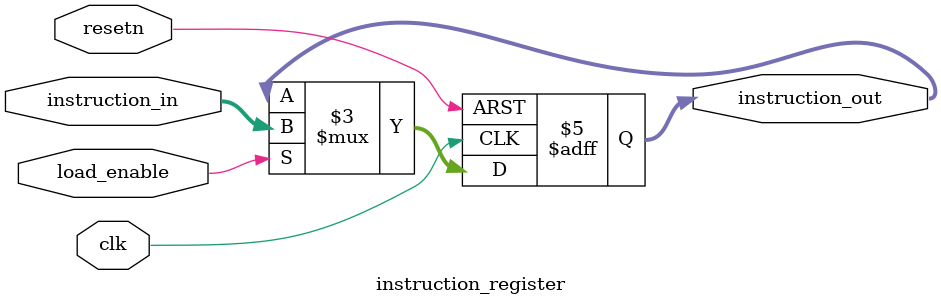
<source format=v>
`timescale 1ns / 1ps

module instruction_register (
    input wire clk,                // Clock signal
    input wire resetn,             // Active low reset
    input wire [15:0] instruction_in, // Instruction fetched from memory
    input wire load_enable,        // Enable signal to load instruction
    output reg [15:0] instruction_out // Output of the instruction register
);

    // Load instruction into the register or reset to zero
    always @(posedge clk or negedge resetn) begin
        if (!resetn) begin
            // Reset the instruction register to zero
            instruction_out <= 16'b0;
        end else if (load_enable) begin
            // Load the new instruction
            instruction_out <= instruction_in;
        end
    end

endmodule

</source>
